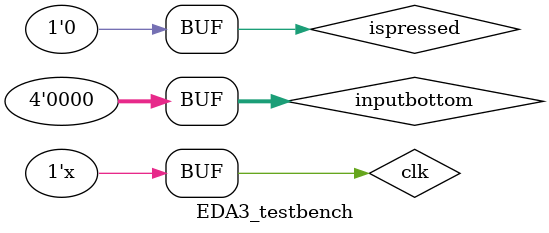
<source format=v>
`timescale 1ps/ 1ps
module EDA3_testbench();
reg clk;
reg [3:0]inputbottom;
reg ispressed;

wire [3:0] money1,money0,time1,time0;
wire enable;                          



EDA3_control EDA3_control (
	.clk(clk),                      
	.inputbottom(inputbottom),               
	.money1(money1),
	.money0(money0),
	.time1(time1),
	.time0(time0),       
	.ispressed(ispressed),     
	.enable(enable)
);	



initial begin
	clk=0;
	inputbottom=0;
	ispressed=0;
end

always 
#1 clk=!clk;//重複輸入時鐘信號


 /*num0=4'b0000,num1=4'b0001,num2=4'b0010,num3=4'b0011,num4=4'b0100,num5=4'b0101,num6=4'b0110,num7=4'b0111,num8=4'b1000,num9=4'b1001,
 key_start=4'b1010,//A
 key_zero=4'b1011,//b
 key_confirm=4'b1100,//c
 key_void=4'b1101;//d*/

initial begin
//10=5個周期
//#10 (+2或-2) 可控制輸出同一列的哪一個鍵
#100 inputbottom=4'b1010;ispressed=1;//開始
#20  inputbottom=4'b0000;ispressed=0;

#100 inputbottom=4'b0001;ispressed=1;//1
#20 inputbottom=4'b0000;ispressed=0;

#100 inputbottom=4'b0010;ispressed=1;//2
#20 inputbottom=4'b0000;ispressed=0;

#100 inputbottom=4'b0011;ispressed=1;//3
#20 inputbottom=4'b0000;ispressed=0;

#100 inputbottom=4'b1011;ispressed=1;//清零
#20 inputbottom=4'b0000;ispressed=0;

#100 inputbottom=4'b0011;ispressed=1;//3
#20 inputbottom=4'b0000;ispressed=0;

#100 inputbottom=4'b1100;ispressed=1;//確定
#20 inputbottom=4'b0000;ispressed=0;
#15000; //沒按鍵超過10s


end

endmodule

</source>
